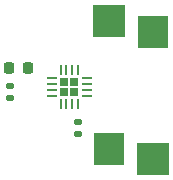
<source format=gtp>
G04 #@! TF.GenerationSoftware,KiCad,Pcbnew,8.0.7-8.0.7-0~ubuntu24.04.1*
G04 #@! TF.CreationDate,2024-12-31T11:01:01-07:00*
G04 #@! TF.ProjectId,DRV8213 brushed Motor Driver,44525638-3231-4332-9062-727573686564,V1*
G04 #@! TF.SameCoordinates,Original*
G04 #@! TF.FileFunction,Paste,Top*
G04 #@! TF.FilePolarity,Positive*
%FSLAX46Y46*%
G04 Gerber Fmt 4.6, Leading zero omitted, Abs format (unit mm)*
G04 Created by KiCad (PCBNEW 8.0.7-8.0.7-0~ubuntu24.04.1) date 2024-12-31 11:01:01*
%MOMM*%
%LPD*%
G01*
G04 APERTURE LIST*
G04 Aperture macros list*
%AMRoundRect*
0 Rectangle with rounded corners*
0 $1 Rounding radius*
0 $2 $3 $4 $5 $6 $7 $8 $9 X,Y pos of 4 corners*
0 Add a 4 corners polygon primitive as box body*
4,1,4,$2,$3,$4,$5,$6,$7,$8,$9,$2,$3,0*
0 Add four circle primitives for the rounded corners*
1,1,$1+$1,$2,$3*
1,1,$1+$1,$4,$5*
1,1,$1+$1,$6,$7*
1,1,$1+$1,$8,$9*
0 Add four rect primitives between the rounded corners*
20,1,$1+$1,$2,$3,$4,$5,0*
20,1,$1+$1,$4,$5,$6,$7,0*
20,1,$1+$1,$6,$7,$8,$9,0*
20,1,$1+$1,$8,$9,$2,$3,0*%
G04 Aperture macros list end*
%ADD10R,2.800000X2.800000*%
%ADD11R,2.500000X2.800000*%
%ADD12RoundRect,0.140000X-0.170000X0.140000X-0.170000X-0.140000X0.170000X-0.140000X0.170000X0.140000X0*%
%ADD13RoundRect,0.225000X-0.225000X-0.250000X0.225000X-0.250000X0.225000X0.250000X-0.225000X0.250000X0*%
%ADD14RoundRect,0.182500X0.182500X-0.182500X0.182500X0.182500X-0.182500X0.182500X-0.182500X-0.182500X0*%
%ADD15RoundRect,0.062500X0.062500X-0.355000X0.062500X0.355000X-0.062500X0.355000X-0.062500X-0.355000X0*%
%ADD16RoundRect,0.062500X0.355000X-0.062500X0.355000X0.062500X-0.355000X0.062500X-0.355000X-0.062500X0*%
G04 APERTURE END LIST*
D10*
G04 #@! TO.C,J3*
X176650000Y-107550000D03*
G04 #@! TD*
D11*
G04 #@! TO.C,J4*
X176650000Y-96750000D03*
G04 #@! TD*
D12*
G04 #@! TO.C,C6*
X170300000Y-104420000D03*
X170300000Y-105380000D03*
G04 #@! TD*
D11*
G04 #@! TO.C,J1*
X172950000Y-106650000D03*
G04 #@! TD*
D10*
G04 #@! TO.C,J2*
X172950000Y-95850000D03*
G04 #@! TD*
D13*
G04 #@! TO.C,C7*
X164525000Y-99850000D03*
X166075000Y-99850000D03*
G04 #@! TD*
D14*
G04 #@! TO.C,U1*
X169180000Y-101870000D03*
X170020000Y-101870000D03*
X169180000Y-101030000D03*
X170020000Y-101030000D03*
D15*
X168850000Y-102907500D03*
X169350000Y-102907500D03*
X169850000Y-102907500D03*
X170350000Y-102907500D03*
D16*
X171057500Y-102200000D03*
X171057500Y-101700000D03*
X171057500Y-101200000D03*
X171057500Y-100700000D03*
D15*
X170350000Y-99992500D03*
X169850000Y-99992500D03*
X169350000Y-99992500D03*
X168850000Y-99992500D03*
D16*
X168142500Y-100700000D03*
X168142500Y-101200000D03*
X168142500Y-101700000D03*
X168142500Y-102200000D03*
G04 #@! TD*
D12*
G04 #@! TO.C,C8*
X164550000Y-101370000D03*
X164550000Y-102330000D03*
G04 #@! TD*
M02*

</source>
